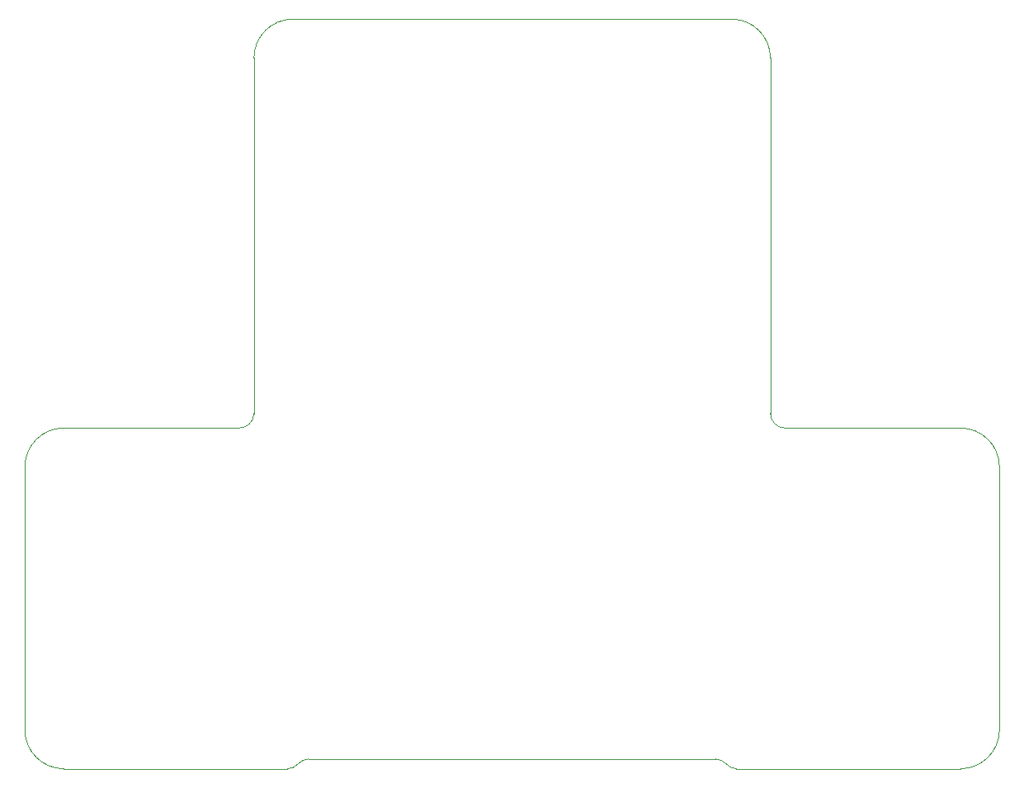
<source format=gbr>
%TF.GenerationSoftware,KiCad,Pcbnew,8.0.9*%
%TF.CreationDate,2025-06-10T00:45:35+02:00*%
%TF.ProjectId,Carte_Mere_PAMI_2025,43617274-655f-44d6-9572-655f50414d49,rev?*%
%TF.SameCoordinates,Original*%
%TF.FileFunction,Profile,NP*%
%FSLAX46Y46*%
G04 Gerber Fmt 4.6, Leading zero omitted, Abs format (unit mm)*
G04 Created by KiCad (PCBNEW 8.0.9) date 2025-06-10 00:45:35*
%MOMM*%
%LPD*%
G01*
G04 APERTURE LIST*
%TA.AperFunction,Profile*%
%ADD10C,0.100000*%
%TD*%
G04 APERTURE END LIST*
D10*
X-46000000Y34000000D02*
X-28000000Y34000000D01*
X28000000Y34000000D02*
G75*
G02*
X26500000Y35500000I0J1500000D01*
G01*
X-21921562Y-460323D02*
G75*
G02*
X-20900000Y-1I1115962J-1112877D01*
G01*
X-50000000Y3000000D02*
X-50000000Y30000000D01*
X-21922734Y-459154D02*
G75*
G02*
X-23100000Y-1000001I-1153466J959054D01*
G01*
X50000000Y3000000D02*
X50000000Y30000000D01*
X46000000Y34000000D02*
X28000000Y34000000D01*
X-26500000Y72000000D02*
G75*
G02*
X-22500000Y76000000I4000000J0D01*
G01*
X22500000Y76000000D02*
X-22500000Y76000000D01*
X-23100000Y-1000000D02*
X-46000000Y-1000000D01*
X22500000Y76000000D02*
G75*
G02*
X26500000Y72000000I0J-4000000D01*
G01*
X-46000000Y-1000000D02*
G75*
G02*
X-50000000Y3000000I0J4000000D01*
G01*
X20900000Y-1D02*
G75*
G02*
X21921422Y-460234I-94500J-1573299D01*
G01*
X23000000Y-1000000D02*
X46000000Y-1000000D01*
X23000000Y-1000000D02*
G75*
G02*
X21921360Y-460286I76200J1500000D01*
G01*
X50000000Y3000000D02*
G75*
G02*
X46000000Y-1000000I-4000000J0D01*
G01*
X-50000000Y30000000D02*
G75*
G02*
X-46000000Y34000000I4000000J0D01*
G01*
X-26500000Y72000000D02*
X-26500000Y35500000D01*
X46000000Y34000000D02*
G75*
G02*
X50000000Y30000000I0J-4000000D01*
G01*
X-26500000Y35500000D02*
G75*
G02*
X-28000000Y34000000I-1500000J0D01*
G01*
X20900000Y0D02*
X-20900000Y0D01*
X26500000Y72000000D02*
X26500000Y35500000D01*
M02*

</source>
